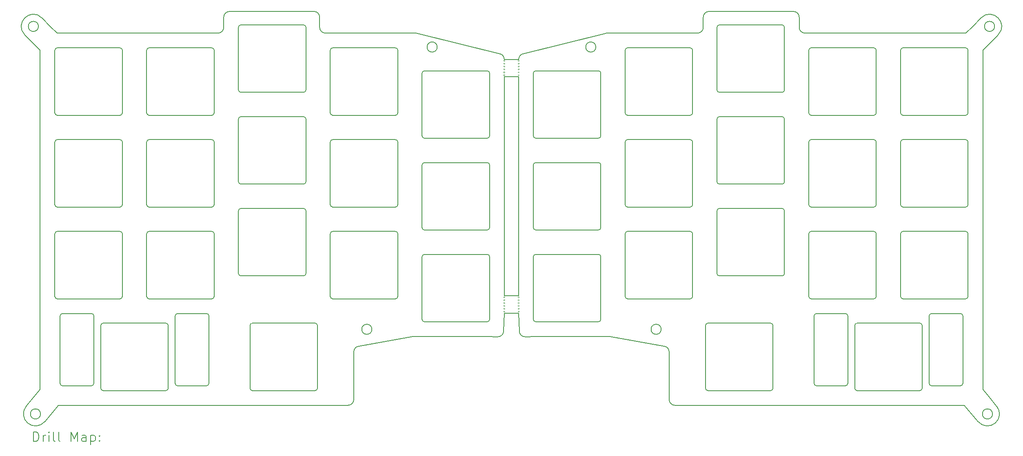
<source format=gbr>
%TF.GenerationSoftware,KiCad,Pcbnew,7.0.9-7.0.9~ubuntu23.04.1*%
%TF.CreationDate,Date%
%TF.ProjectId,LeChiffre_Plate,4c654368-6966-4667-9265-5f506c617465,rev?*%
%TF.SameCoordinates,Original*%
%TF.FileFunction,Drillmap*%
%TF.FilePolarity,Positive*%
%FSLAX45Y45*%
G04 Gerber Fmt 4.5, Leading zero omitted, Abs format (unit mm)*
G04 Created by KiCad*
%MOMM*%
%LPD*%
G01*
G04 APERTURE LIST*
%ADD10C,0.200000*%
%ADD11C,0.010000*%
G04 APERTURE END LIST*
D10*
X16431050Y-5871771D02*
X16431050Y-10420372D01*
X22195072Y-6195902D02*
G75*
G03*
X22245072Y-6145906I-2J50002D01*
G01*
X22750074Y-10432156D02*
G75*
G03*
X22800072Y-10482156I49996J-4D01*
G01*
X22195072Y-8100906D02*
X20895072Y-8100906D01*
X12721050Y-4967036D02*
X14599036Y-4967036D01*
D11*
X16746050Y-5661771D02*
G75*
G03*
X16746050Y-5661771I-15000J0D01*
G01*
D10*
X16077028Y-7148408D02*
G75*
G03*
X16127028Y-7098406I2J49998D01*
G01*
X21956947Y-12387156D02*
X20656947Y-12387156D01*
D11*
X16446050Y-5721771D02*
G75*
G03*
X16446050Y-5721771I-15000J0D01*
G01*
D10*
X22800072Y-5272156D02*
X24100072Y-5272156D01*
X24705072Y-5272152D02*
G75*
G03*
X24655072Y-5322156I-2J-49998D01*
G01*
X18385072Y-9053406D02*
X17085072Y-9053406D01*
X12317024Y-6750906D02*
G75*
G03*
X12267028Y-6700906I-49994J6D01*
G01*
X20290072Y-6672152D02*
G75*
G03*
X20340072Y-6622156I-2J50002D01*
G01*
X18332204Y-5255361D02*
G75*
G03*
X18332204Y-5255361I-105000J0D01*
G01*
X20441050Y-4967030D02*
G75*
G03*
X20561050Y-4847036I0J120000D01*
G01*
X16731050Y-10420372D02*
X16731050Y-5871771D01*
D11*
X16746050Y-10450372D02*
G75*
G03*
X16746050Y-10450372I-15000J0D01*
G01*
D10*
X10967028Y-8605908D02*
G75*
G03*
X10917028Y-8655906I2J-50002D01*
G01*
X9012024Y-6622156D02*
G75*
G03*
X9062028Y-6672156I50006J6D01*
G01*
X18940074Y-10432156D02*
G75*
G03*
X18990072Y-10482156I49996J-4D01*
G01*
X16731050Y-10420372D02*
X16431050Y-10420372D01*
X7265728Y-10787158D02*
G75*
G03*
X7215728Y-10837156I2J-50002D01*
G01*
X16294044Y-11270812D02*
G75*
G03*
X16418113Y-11155026I4156J119912D01*
G01*
X16822155Y-5395301D02*
X18534169Y-4970567D01*
X16127024Y-9608406D02*
G75*
G03*
X16077028Y-9558406I-49994J6D01*
G01*
X24150074Y-7227156D02*
G75*
G03*
X24100072Y-7177156I-50004J-4D01*
G01*
X14222028Y-8527156D02*
X14222028Y-7227156D01*
X12822028Y-10432156D02*
X12822028Y-9132156D01*
X20895072Y-4795902D02*
G75*
G03*
X20845072Y-4845906I-2J-49998D01*
G01*
X10967028Y-6700908D02*
G75*
G03*
X10917028Y-6750906I2J-50002D01*
G01*
X22750072Y-6622156D02*
X22750072Y-5322156D01*
X9653328Y-10787158D02*
G75*
G03*
X9603328Y-10837156I2J-50002D01*
G01*
X8109528Y-10987158D02*
G75*
G03*
X8059528Y-11037156I2J-50002D01*
G01*
X23752572Y-10987156D02*
X25052572Y-10987156D01*
X9062028Y-5272156D02*
X10362028Y-5272156D01*
X10412024Y-9132156D02*
G75*
G03*
X10362028Y-9082156I-49994J6D01*
G01*
X20340074Y-9132156D02*
G75*
G03*
X20290072Y-9082156I-50004J-4D01*
G01*
X6801050Y-5321284D02*
X6484231Y-5003412D01*
X12317028Y-6145906D02*
X12317028Y-4845906D01*
X10412024Y-7227156D02*
G75*
G03*
X10362028Y-7177156I-49994J6D01*
G01*
X10362028Y-8577156D02*
X9062028Y-8577156D01*
X6513625Y-12710433D02*
G75*
G03*
X6896117Y-13032465I191245J-161017D01*
G01*
X22800072Y-9082152D02*
G75*
G03*
X22750072Y-9132156I-2J-49998D01*
G01*
X26055072Y-7227156D02*
X26055072Y-8527156D01*
X20340072Y-9132156D02*
X20340072Y-10432156D01*
D11*
X16446050Y-5841771D02*
G75*
G03*
X16446050Y-5841771I-15000J0D01*
G01*
X16746050Y-10630372D02*
G75*
G03*
X16746050Y-10630372I-15000J0D01*
G01*
D10*
X22750074Y-8527156D02*
G75*
G03*
X22800072Y-8577156I49996J-4D01*
G01*
X23702572Y-12337156D02*
X23702572Y-11037156D01*
X21956947Y-12387157D02*
G75*
G03*
X22006947Y-12337156I3J49997D01*
G01*
X7265728Y-10787156D02*
X7865728Y-10787156D01*
X25246372Y-12237156D02*
X25246372Y-10837156D01*
X25896372Y-12287156D02*
X25296372Y-12287156D01*
X20340072Y-8527156D02*
X20340072Y-7227156D01*
X20561050Y-4847036D02*
X20561050Y-4635786D01*
X12267028Y-8605906D02*
X10967028Y-8605906D01*
X22671050Y-4967036D02*
X26007719Y-4967036D01*
X7865728Y-12287156D02*
X7265728Y-12287156D01*
X14777028Y-7653408D02*
G75*
G03*
X14727028Y-7703406I2J-50002D01*
G01*
X22800072Y-7177152D02*
G75*
G03*
X22750072Y-7227156I-2J-49998D01*
G01*
X18990072Y-9082152D02*
G75*
G03*
X18940072Y-9132156I-2J-49998D01*
G01*
X22006947Y-11037156D02*
X22006947Y-12337156D01*
X7915724Y-10837156D02*
G75*
G03*
X7865728Y-10787156I-49994J6D01*
G01*
X14222028Y-5322156D02*
X14222028Y-6622156D01*
X18990072Y-5272152D02*
G75*
G03*
X18940072Y-5322156I-2J-49998D01*
G01*
X11205153Y-10987156D02*
X12505153Y-10987156D01*
X19687194Y-11114659D02*
G75*
G03*
X19687194Y-11114659I-105000J0D01*
G01*
X20895072Y-6195906D02*
X22195072Y-6195906D01*
X20845072Y-4845906D02*
X20845072Y-6145906D01*
X12555153Y-11037156D02*
X12555153Y-12337156D01*
X20845074Y-9955906D02*
G75*
G03*
X20895072Y-10005906I49996J-4D01*
G01*
X14727024Y-7098406D02*
G75*
G03*
X14777028Y-7148406I50006J6D01*
G01*
X11155154Y-12337156D02*
G75*
G03*
X11205153Y-12387156I49996J-4D01*
G01*
X14777028Y-9558408D02*
G75*
G03*
X14727028Y-9608406I2J-50002D01*
G01*
X20845072Y-8655906D02*
X20845072Y-9955906D01*
X18990072Y-9082156D02*
X20290072Y-9082156D01*
X8059524Y-12337156D02*
G75*
G03*
X8109528Y-12387156I50006J6D01*
G01*
X17085072Y-9558402D02*
G75*
G03*
X17035072Y-9608406I-2J-49998D01*
G01*
D11*
X16446050Y-5661771D02*
G75*
G03*
X16446050Y-5661771I-15000J0D01*
G01*
D10*
X18563064Y-4967036D02*
G75*
G03*
X18534169Y-4970567I-4J-119944D01*
G01*
X8059528Y-12337156D02*
X8059528Y-11037156D01*
X26005072Y-10482152D02*
G75*
G03*
X26055072Y-10432156I-2J50002D01*
G01*
X13189175Y-12692045D02*
G75*
G03*
X13309175Y-12572036I5J119995D01*
G01*
X17035072Y-7098406D02*
X17035072Y-5798406D01*
X24705072Y-9082152D02*
G75*
G03*
X24655072Y-9132156I-2J-49998D01*
G01*
X10917028Y-4845906D02*
X10917028Y-6145906D01*
X12601044Y-4847036D02*
G75*
G03*
X12721050Y-4967036I120006J6D01*
G01*
D11*
X16746050Y-5541771D02*
G75*
G03*
X16746050Y-5541771I-15000J0D01*
G01*
D10*
X12505153Y-12387156D02*
X11205153Y-12387156D01*
X16127028Y-5798406D02*
X16127028Y-7098406D01*
X25296372Y-10787152D02*
G75*
G03*
X25246372Y-10837156I-2J-49998D01*
G01*
D11*
X16746050Y-10510372D02*
G75*
G03*
X16746050Y-10510372I-15000J0D01*
G01*
D10*
X10253328Y-12287158D02*
G75*
G03*
X10303328Y-12237156I2J49998D01*
G01*
X26005072Y-8577156D02*
X24705072Y-8577156D01*
X14777028Y-5748408D02*
G75*
G03*
X14727028Y-5798406I2J-50002D01*
G01*
X10731050Y-4515780D02*
G75*
G03*
X10611050Y-4635786I10J-120010D01*
G01*
X20606947Y-12337156D02*
X20606947Y-11037156D01*
X16076050Y-11263286D02*
X14541050Y-11263286D01*
X20290072Y-8577152D02*
G75*
G03*
X20340072Y-8527156I-2J50002D01*
G01*
X10491050Y-4967030D02*
G75*
G03*
X10611050Y-4847036I10J119990D01*
G01*
X12872028Y-5272156D02*
X14172028Y-5272156D01*
X10917028Y-8655906D02*
X10917028Y-9955906D01*
X10731050Y-4515786D02*
X12481050Y-4515786D01*
X19852934Y-12572036D02*
G75*
G03*
X19972925Y-12692036I119986J-14D01*
G01*
X10917024Y-8050906D02*
G75*
G03*
X10967028Y-8100906I50006J6D01*
G01*
X25946374Y-10837156D02*
G75*
G03*
X25896372Y-10787156I-50004J-4D01*
G01*
X26361050Y-5321284D02*
X26361050Y-12368538D01*
X16077028Y-10958408D02*
G75*
G03*
X16127028Y-10908406I2J49998D01*
G01*
X8457028Y-6672158D02*
G75*
G03*
X8507028Y-6622156I2J49998D01*
G01*
X7107024Y-6622156D02*
G75*
G03*
X7157028Y-6672156I50006J6D01*
G01*
X6838369Y-4650447D02*
G75*
G03*
X6484231Y-5003412I-177069J-176483D01*
G01*
X14727028Y-9003406D02*
X14727028Y-7703406D01*
X8457028Y-6672156D02*
X7157028Y-6672156D01*
X10362028Y-8577158D02*
G75*
G03*
X10412028Y-8527156I2J49998D01*
G01*
X12317024Y-4845906D02*
G75*
G03*
X12267028Y-4795906I-49994J6D01*
G01*
D11*
X16746050Y-5781771D02*
G75*
G03*
X16746050Y-5781771I-15000J0D01*
G01*
D10*
X7157028Y-9082156D02*
X8457028Y-9082156D01*
X20290072Y-6672156D02*
X18990072Y-6672156D01*
X22800072Y-5272152D02*
G75*
G03*
X22750072Y-5322156I-2J-49998D01*
G01*
X25896372Y-12287152D02*
G75*
G03*
X25946372Y-12237156I-2J50002D01*
G01*
X14172028Y-6672158D02*
G75*
G03*
X14222028Y-6622156I2J49998D01*
G01*
X16743985Y-11155026D02*
G75*
G03*
X16868057Y-11270814I119915J4126D01*
G01*
X10412024Y-5322156D02*
G75*
G03*
X10362028Y-5272156I-49994J6D01*
G01*
X22245072Y-6145906D02*
X22245072Y-4845906D01*
X10967028Y-6700906D02*
X12267028Y-6700906D01*
X22195072Y-10005902D02*
G75*
G03*
X22245072Y-9955906I-2J50002D01*
G01*
D11*
X16746050Y-5601771D02*
G75*
G03*
X16746050Y-5601771I-15000J0D01*
G01*
D10*
X26605799Y-4826929D02*
G75*
G03*
X26605799Y-4826929I-105000J0D01*
G01*
D11*
X16446050Y-10570372D02*
G75*
G03*
X16446050Y-10570372I-15000J0D01*
G01*
D10*
X12267028Y-6195908D02*
G75*
G03*
X12317028Y-6145906I2J49998D01*
G01*
X25052572Y-12387152D02*
G75*
G03*
X25102572Y-12337156I-2J50002D01*
G01*
X8109528Y-10987156D02*
X9409528Y-10987156D01*
X14627931Y-4970568D02*
G75*
G03*
X14599036Y-4967036I-28891J-116412D01*
G01*
X12872028Y-9082156D02*
X14172028Y-9082156D01*
X11155153Y-12337156D02*
X11155153Y-11037156D01*
X26005072Y-6672152D02*
G75*
G03*
X26055072Y-6622156I-2J50002D01*
G01*
X24150072Y-5322156D02*
X24150072Y-6622156D01*
X7157028Y-7177158D02*
G75*
G03*
X7107028Y-7227156I2J-50002D01*
G01*
X10362028Y-6672156D02*
X9062028Y-6672156D01*
X22006944Y-11037156D02*
G75*
G03*
X21956947Y-10987156I-50004J-4D01*
G01*
X24150074Y-5322156D02*
G75*
G03*
X24100072Y-5272156I-50004J-4D01*
G01*
X8507024Y-7227156D02*
G75*
G03*
X8457028Y-7177156I-49994J6D01*
G01*
X14727028Y-10908406D02*
X14727028Y-9608406D01*
X16431050Y-10780372D02*
X16418113Y-11155026D01*
X9603328Y-12237156D02*
X9603328Y-10837156D01*
X17085072Y-9558406D02*
X18385072Y-9558406D01*
X16743987Y-11155026D02*
X16731050Y-10780372D01*
X9653328Y-10787156D02*
X10253328Y-10787156D01*
X17085072Y-7653406D02*
X18385072Y-7653406D01*
D11*
X16446050Y-10750372D02*
G75*
G03*
X16446050Y-10750372I-15000J0D01*
G01*
D10*
X10917024Y-9955906D02*
G75*
G03*
X10967028Y-10005906I50006J6D01*
G01*
X20845072Y-8050906D02*
X20845072Y-6750906D01*
X20656947Y-10987156D02*
X21956947Y-10987156D01*
X16127028Y-9608406D02*
X16127028Y-10908406D01*
D11*
X16746050Y-5721771D02*
G75*
G03*
X16746050Y-5721771I-15000J0D01*
G01*
D10*
X24655072Y-8527156D02*
X24655072Y-7227156D01*
X17085072Y-7653402D02*
G75*
G03*
X17035072Y-7703406I-2J-49998D01*
G01*
X14541050Y-11263286D02*
X13408082Y-11465588D01*
X12872028Y-8577156D02*
X14172028Y-8577156D01*
X10611050Y-4847036D02*
X10611050Y-4635786D01*
X24705072Y-9082156D02*
X26005072Y-9082156D01*
X18435074Y-5798406D02*
G75*
G03*
X18385072Y-5748406I-50004J-4D01*
G01*
D11*
X16446050Y-10510372D02*
G75*
G03*
X16446050Y-10510372I-15000J0D01*
G01*
D10*
X12317028Y-9955906D02*
X12317028Y-8655906D01*
X24655074Y-10432156D02*
G75*
G03*
X24705072Y-10482156I49996J-4D01*
G01*
X18990072Y-7177152D02*
G75*
G03*
X18940072Y-7227156I-2J-49998D01*
G01*
X7157028Y-5272158D02*
G75*
G03*
X7107028Y-5322156I2J-50002D01*
G01*
X25102574Y-11037156D02*
G75*
G03*
X25052572Y-10987156I-50004J-4D01*
G01*
X18435074Y-7703406D02*
G75*
G03*
X18385072Y-7653406I-50004J-4D01*
G01*
X14172028Y-10482156D02*
X12872028Y-10482156D01*
X26361050Y-12368538D02*
X26489274Y-12521349D01*
X22245074Y-4845906D02*
G75*
G03*
X22195072Y-4795906I-50004J-4D01*
G01*
X24100072Y-8577156D02*
X22800072Y-8577156D01*
X24150072Y-10432156D02*
X24150072Y-9132156D01*
D11*
X16446050Y-5541771D02*
G75*
G03*
X16446050Y-5541771I-15000J0D01*
G01*
D10*
X14172028Y-10482158D02*
G75*
G03*
X14222028Y-10432156I2J49998D01*
G01*
D11*
X16746050Y-5841771D02*
G75*
G03*
X16746050Y-5841771I-15000J0D01*
G01*
X16446050Y-10630372D02*
G75*
G03*
X16446050Y-10630372I-15000J0D01*
G01*
D10*
X18990072Y-8577156D02*
X20290072Y-8577156D01*
X18563064Y-4967036D02*
X20441050Y-4967036D01*
X19852925Y-12572036D02*
X19852925Y-11583719D01*
X22858772Y-12237156D02*
X22858772Y-10837156D01*
X20895072Y-8605902D02*
G75*
G03*
X20845072Y-8655906I-2J-49998D01*
G01*
X17085072Y-5748406D02*
X18385072Y-5748406D01*
X7182734Y-12692036D02*
X6896117Y-13032465D01*
X9062028Y-10482156D02*
X10362028Y-10482156D01*
X22245074Y-8655906D02*
G75*
G03*
X22195072Y-8605906I-50004J-4D01*
G01*
X24705072Y-5272156D02*
X26005072Y-5272156D01*
X16431049Y-5511771D02*
G75*
G03*
X16339945Y-5395301I-119999J1D01*
G01*
X18435072Y-5798406D02*
X18435072Y-7098406D01*
X9459528Y-11037156D02*
X9459528Y-12337156D01*
X22245072Y-6750906D02*
X22245072Y-8050906D01*
X7157028Y-5272156D02*
X8457028Y-5272156D01*
X20290072Y-7177156D02*
X18990072Y-7177156D01*
X18385072Y-10958402D02*
G75*
G03*
X18435072Y-10908406I-2J50002D01*
G01*
X6838370Y-4650446D02*
X7012863Y-4825518D01*
X22908772Y-10787152D02*
G75*
G03*
X22858772Y-10837156I-2J-49998D01*
G01*
X23752572Y-10987152D02*
G75*
G03*
X23702572Y-11037156I-2J-49998D01*
G01*
X22800072Y-7177156D02*
X24100072Y-7177156D01*
X18940072Y-7227156D02*
X18940072Y-8527156D01*
X7865728Y-12287158D02*
G75*
G03*
X7915728Y-12237156I2J49998D01*
G01*
X12267028Y-8100908D02*
G75*
G03*
X12317028Y-8050906I2J49998D01*
G01*
X20681050Y-4515786D02*
X22431050Y-4515786D01*
X12267028Y-8100906D02*
X10967028Y-8100906D01*
X20895072Y-6700902D02*
G75*
G03*
X20845072Y-6750906I-2J-49998D01*
G01*
X12601050Y-4635786D02*
X12601050Y-4847036D01*
X14172028Y-8577158D02*
G75*
G03*
X14222028Y-8527156I2J49998D01*
G01*
X14222024Y-5322156D02*
G75*
G03*
X14172028Y-5272156I-49994J6D01*
G01*
X22551044Y-4847036D02*
G75*
G03*
X22671050Y-4967036I119996J-4D01*
G01*
X13309175Y-11583719D02*
X13309175Y-12572036D01*
X9409528Y-12387158D02*
G75*
G03*
X9459528Y-12337156I2J49998D01*
G01*
X22551050Y-4635786D02*
X22551050Y-4847036D01*
X10412028Y-10432156D02*
X10412028Y-9132156D01*
X7157028Y-7177156D02*
X8457028Y-7177156D01*
X17035074Y-9003406D02*
G75*
G03*
X17085072Y-9053406I49996J-4D01*
G01*
X22750074Y-6622156D02*
G75*
G03*
X22800072Y-6672156I49996J-4D01*
G01*
X14777028Y-5748406D02*
X16077028Y-5748406D01*
X20340072Y-5322156D02*
X20340072Y-6622156D01*
X22750072Y-8527156D02*
X22750072Y-7227156D01*
X10412028Y-7227156D02*
X10412028Y-8527156D01*
X12505153Y-12387153D02*
G75*
G03*
X12555153Y-12337156I7J49993D01*
G01*
X23558772Y-10837156D02*
X23558772Y-12237156D01*
X25102572Y-11037156D02*
X25102572Y-12337156D01*
X6513628Y-12710436D02*
X6672826Y-12521349D01*
X12822024Y-10432156D02*
G75*
G03*
X12872028Y-10482156I50006J6D01*
G01*
X12555154Y-11037156D02*
G75*
G03*
X12505153Y-10987156I-50004J-4D01*
G01*
X9012028Y-9132156D02*
X9012028Y-10432156D01*
X26007719Y-4967036D02*
X26149237Y-4825518D01*
X6672826Y-12521349D02*
X6801050Y-12368538D01*
X18940074Y-6622156D02*
G75*
G03*
X18990072Y-6672156I49996J-4D01*
G01*
X10362028Y-9082156D02*
X9062028Y-9082156D01*
X26677869Y-5003412D02*
X26361050Y-5321284D01*
X7215728Y-12237156D02*
X7215728Y-10837156D01*
X9012024Y-8527156D02*
G75*
G03*
X9062028Y-8577156I50006J6D01*
G01*
X18435074Y-9608406D02*
G75*
G03*
X18385072Y-9558406I-50004J-4D01*
G01*
X23702574Y-12337156D02*
G75*
G03*
X23752572Y-12387156I49996J-4D01*
G01*
X10253328Y-12287156D02*
X9653328Y-12287156D01*
X24705072Y-7177152D02*
G75*
G03*
X24655072Y-7227156I-2J-49998D01*
G01*
X24655074Y-8527156D02*
G75*
G03*
X24705072Y-8577156I49996J-4D01*
G01*
X7107028Y-6622156D02*
X7107028Y-5322156D01*
X8507028Y-9132156D02*
X8507028Y-10432156D01*
X17085072Y-5748402D02*
G75*
G03*
X17035072Y-5798406I-2J-49998D01*
G01*
X13408081Y-11465584D02*
G75*
G03*
X13309175Y-11583719I21099J-118136D01*
G01*
X10967028Y-4795908D02*
G75*
G03*
X10917028Y-4845906I2J-50002D01*
G01*
X14222028Y-9132156D02*
X14222028Y-10432156D01*
X20340074Y-5322156D02*
G75*
G03*
X20290072Y-5272156I-50004J-4D01*
G01*
D11*
X16446050Y-10450372D02*
G75*
G03*
X16446050Y-10450372I-15000J0D01*
G01*
D10*
X14172028Y-6672156D02*
X12872028Y-6672156D01*
X22195072Y-4795906D02*
X20895072Y-4795906D01*
X22195072Y-8605906D02*
X20895072Y-8605906D01*
X16077028Y-9053408D02*
G75*
G03*
X16127028Y-9003406I2J49998D01*
G01*
D11*
X16446050Y-5601771D02*
G75*
G03*
X16446050Y-5601771I-15000J0D01*
G01*
D10*
X26149237Y-4825518D02*
X26323730Y-4650446D01*
X26055072Y-5322156D02*
X26055072Y-6622156D01*
X17086050Y-11263286D02*
X16868057Y-11270814D01*
X10967028Y-10005906D02*
X12267028Y-10005906D01*
X24655072Y-10432156D02*
X24655072Y-9132156D01*
X12267028Y-4795906D02*
X10967028Y-4795906D01*
X18940072Y-10432156D02*
X18940072Y-9132156D01*
X24100072Y-9082156D02*
X22800072Y-9082156D01*
X17035072Y-10908406D02*
X17035072Y-9608406D01*
X18385072Y-10958406D02*
X17085072Y-10958406D01*
X16731050Y-5511771D02*
X16431050Y-5511771D01*
X12601044Y-4635786D02*
G75*
G03*
X12481050Y-4515786I-119994J6D01*
G01*
X26677871Y-5003414D02*
G75*
G03*
X26323730Y-4650446I-177071J176484D01*
G01*
X15039896Y-5255361D02*
G75*
G03*
X15039896Y-5255361I-105000J0D01*
G01*
X24655074Y-6622156D02*
G75*
G03*
X24705072Y-6672156I49996J-4D01*
G01*
X14222024Y-9132156D02*
G75*
G03*
X14172028Y-9082156I-49994J6D01*
G01*
X10412028Y-5322156D02*
X10412028Y-6622156D01*
X19852921Y-11583719D02*
G75*
G03*
X19754018Y-11465588I-120001J-1D01*
G01*
X9062028Y-7177158D02*
G75*
G03*
X9012028Y-7227156I2J-50002D01*
G01*
X10303324Y-10837156D02*
G75*
G03*
X10253328Y-10787156I-49994J6D01*
G01*
X8457028Y-8577158D02*
G75*
G03*
X8507028Y-8527156I2J49998D01*
G01*
X24150072Y-7227156D02*
X24150072Y-8527156D01*
X26055074Y-5322156D02*
G75*
G03*
X26005072Y-5272156I-50004J-4D01*
G01*
X7915728Y-10837156D02*
X7915728Y-12237156D01*
X14627931Y-4970567D02*
X16339945Y-5395301D01*
X9603324Y-12237156D02*
G75*
G03*
X9653328Y-12287156I50006J6D01*
G01*
X26005072Y-10482156D02*
X24705072Y-10482156D01*
X10917024Y-6145906D02*
G75*
G03*
X10967028Y-6195906I50006J6D01*
G01*
X14727024Y-10908406D02*
G75*
G03*
X14777028Y-10958406I50006J6D01*
G01*
X26265983Y-13032465D02*
X25979366Y-12692036D01*
X9012028Y-8527156D02*
X9012028Y-7227156D01*
X24705072Y-7177156D02*
X26005072Y-7177156D01*
X14727028Y-7098406D02*
X14727028Y-5798406D01*
X8507028Y-7227156D02*
X8507028Y-8527156D01*
X24100072Y-8577152D02*
G75*
G03*
X24150072Y-8527156I-2J50002D01*
G01*
X22245072Y-9955906D02*
X22245072Y-8655906D01*
X20290072Y-10482156D02*
X18990072Y-10482156D01*
X26055074Y-7227156D02*
G75*
G03*
X26005072Y-7177156I-50004J-4D01*
G01*
X20606944Y-12337156D02*
G75*
G03*
X20656947Y-12387156I49996J-4D01*
G01*
X18435072Y-7703406D02*
X18435072Y-9003406D01*
X20895072Y-10005906D02*
X22195072Y-10005906D01*
X13684907Y-11114659D02*
G75*
G03*
X13684907Y-11114659I-105000J0D01*
G01*
X7107024Y-10432156D02*
G75*
G03*
X7157028Y-10482156I50006J6D01*
G01*
X9012028Y-6622156D02*
X9012028Y-5322156D01*
X18990072Y-5272156D02*
X20290072Y-5272156D01*
X16077028Y-7148406D02*
X14777028Y-7148406D01*
X22551044Y-4635786D02*
G75*
G03*
X22431050Y-4515786I-120004J-4D01*
G01*
X16822155Y-5395301D02*
G75*
G03*
X16731050Y-5511771I28895J-116469D01*
G01*
X25979366Y-12692036D02*
X19972925Y-12692036D01*
X12822028Y-6622156D02*
X12822028Y-5322156D01*
X24655072Y-6622156D02*
X24655072Y-5322156D01*
X23558774Y-10837156D02*
G75*
G03*
X23508772Y-10787156I-50004J-4D01*
G01*
X24100072Y-10482152D02*
G75*
G03*
X24150072Y-10432156I-2J50002D01*
G01*
X26562228Y-12871450D02*
G75*
G03*
X26562228Y-12871450I-105000J0D01*
G01*
X8507028Y-5322156D02*
X8507028Y-6622156D01*
X9062028Y-9082158D02*
G75*
G03*
X9012028Y-9132156I2J-50002D01*
G01*
X6766301Y-4826929D02*
G75*
G03*
X6766301Y-4826929I-105000J0D01*
G01*
X23508772Y-12287152D02*
G75*
G03*
X23558772Y-12237156I-2J50002D01*
G01*
X14777028Y-9558406D02*
X16077028Y-9558406D01*
D11*
X16746050Y-10750372D02*
G75*
G03*
X16746050Y-10750372I-15000J0D01*
G01*
D10*
X17035072Y-9003406D02*
X17035072Y-7703406D01*
X23508772Y-12287156D02*
X22908772Y-12287156D01*
X12822028Y-7227156D02*
X12822028Y-8527156D01*
X26055074Y-9132156D02*
G75*
G03*
X26005072Y-9082156I-50004J-4D01*
G01*
X10303328Y-10837156D02*
X10303328Y-12237156D01*
X26005072Y-8577152D02*
G75*
G03*
X26055072Y-8527156I-2J50002D01*
G01*
D11*
X16446050Y-5781771D02*
G75*
G03*
X16446050Y-5781771I-15000J0D01*
G01*
D10*
X24100072Y-6672152D02*
G75*
G03*
X24150072Y-6622156I-2J50002D01*
G01*
X20656947Y-10987157D02*
G75*
G03*
X20606947Y-11037156I3J-50003D01*
G01*
X12267028Y-10005908D02*
G75*
G03*
X12317028Y-9955906I2J49998D01*
G01*
X16127024Y-5798406D02*
G75*
G03*
X16077028Y-5748406I-49994J6D01*
G01*
X18435072Y-9608406D02*
X18435072Y-10908406D01*
X26055072Y-9132156D02*
X26055072Y-10432156D01*
X22858774Y-12237156D02*
G75*
G03*
X22908772Y-12287156I49996J-4D01*
G01*
X20845074Y-8050906D02*
G75*
G03*
X20895072Y-8100906I49996J-4D01*
G01*
X26489274Y-12521349D02*
X26648472Y-12710436D01*
X17035074Y-7098406D02*
G75*
G03*
X17085072Y-7148406I49996J-4D01*
G01*
X25246374Y-12237156D02*
G75*
G03*
X25296372Y-12287156I49996J-4D01*
G01*
X11205153Y-10987153D02*
G75*
G03*
X11155153Y-11037156I7J-50007D01*
G01*
X8457028Y-8577156D02*
X7157028Y-8577156D01*
X22750072Y-9132156D02*
X22750072Y-10432156D01*
X18621050Y-11263286D02*
X17086050Y-11263286D01*
X22195072Y-8100902D02*
G75*
G03*
X22245072Y-8050906I-2J50002D01*
G01*
X22245074Y-6750906D02*
G75*
G03*
X22195072Y-6700906I-50004J-4D01*
G01*
X9459524Y-11037156D02*
G75*
G03*
X9409528Y-10987156I-49994J6D01*
G01*
X18385072Y-7148402D02*
G75*
G03*
X18435072Y-7098406I-2J50002D01*
G01*
X18940072Y-6622156D02*
X18940072Y-5322156D01*
X7012863Y-4825518D02*
X7154381Y-4967036D01*
X9012024Y-10432156D02*
G75*
G03*
X9062028Y-10482156I50006J6D01*
G01*
X12872028Y-7177158D02*
G75*
G03*
X12822028Y-7227156I2J-50002D01*
G01*
X10967028Y-6195906D02*
X12267028Y-6195906D01*
X16077028Y-9053406D02*
X14777028Y-9053406D01*
D11*
X16746050Y-10690372D02*
G75*
G03*
X16746050Y-10690372I-15000J0D01*
G01*
D10*
X24100072Y-6672156D02*
X22800072Y-6672156D01*
X17035074Y-10908406D02*
G75*
G03*
X17085072Y-10958406I49996J-4D01*
G01*
X8457028Y-10482156D02*
X7157028Y-10482156D01*
X18385072Y-7148406D02*
X17085072Y-7148406D01*
X9062028Y-7177156D02*
X10362028Y-7177156D01*
X20340074Y-7227156D02*
G75*
G03*
X20290072Y-7177156I-50004J-4D01*
G01*
X7107028Y-10432156D02*
X7107028Y-9132156D01*
X20845074Y-6145906D02*
G75*
G03*
X20895072Y-6195906I49996J-4D01*
G01*
X25946372Y-10837156D02*
X25946372Y-12237156D01*
X12822024Y-8527156D02*
G75*
G03*
X12872028Y-8577156I50006J6D01*
G01*
X6809872Y-12871450D02*
G75*
G03*
X6809872Y-12871450I-105000J0D01*
G01*
X16294043Y-11270814D02*
X16076050Y-11263286D01*
X22908772Y-10787156D02*
X23508772Y-10787156D01*
X26005072Y-6672156D02*
X24705072Y-6672156D01*
X25296372Y-10787156D02*
X25896372Y-10787156D01*
X16127024Y-7703406D02*
G75*
G03*
X16077028Y-7653406I-49994J6D01*
G01*
D11*
X16746050Y-10570372D02*
G75*
G03*
X16746050Y-10570372I-15000J0D01*
G01*
D10*
X14727024Y-9003406D02*
G75*
G03*
X14777028Y-9053406I50006J6D01*
G01*
X9062028Y-5272158D02*
G75*
G03*
X9012028Y-5322156I2J-50002D01*
G01*
X8507024Y-9132156D02*
G75*
G03*
X8457028Y-9082156I-49994J6D01*
G01*
X22800072Y-10482156D02*
X24100072Y-10482156D01*
X16731050Y-10780372D02*
X16431050Y-10780372D01*
X19754018Y-11465588D02*
X18621050Y-11263286D01*
X14777028Y-7653406D02*
X16077028Y-7653406D01*
X12317028Y-6750906D02*
X12317028Y-8050906D01*
X10917028Y-8050906D02*
X10917028Y-6750906D01*
X8457028Y-10482158D02*
G75*
G03*
X8507028Y-10432156I2J49998D01*
G01*
X7157028Y-9082158D02*
G75*
G03*
X7107028Y-9132156I2J-50002D01*
G01*
X24150074Y-9132156D02*
G75*
G03*
X24100072Y-9082156I-50004J-4D01*
G01*
X8507024Y-5322156D02*
G75*
G03*
X8457028Y-5272156I-49994J6D01*
G01*
X12822024Y-6622156D02*
G75*
G03*
X12872028Y-6672156I50006J6D01*
G01*
X14172028Y-7177156D02*
X12872028Y-7177156D01*
X18940074Y-8527156D02*
G75*
G03*
X18990072Y-8577156I49996J-4D01*
G01*
X26265987Y-13032462D02*
G75*
G03*
X26648472Y-12710436I191243J161012D01*
G01*
X13189175Y-12692036D02*
X7182734Y-12692036D01*
X9409528Y-12387156D02*
X8109528Y-12387156D01*
X16127028Y-7703406D02*
X16127028Y-9003406D01*
X6801050Y-12368538D02*
X6801050Y-5321284D01*
X16077028Y-10958406D02*
X14777028Y-10958406D01*
D11*
X16446050Y-10690372D02*
G75*
G03*
X16446050Y-10690372I-15000J0D01*
G01*
D10*
X18385072Y-9053402D02*
G75*
G03*
X18435072Y-9003406I-2J50002D01*
G01*
X16731050Y-5871771D02*
X16431050Y-5871771D01*
X7215724Y-12237156D02*
G75*
G03*
X7265728Y-12287156I50006J6D01*
G01*
X12872028Y-5272158D02*
G75*
G03*
X12822028Y-5322156I2J-50002D01*
G01*
X20895072Y-6700906D02*
X22195072Y-6700906D01*
X12317024Y-8655906D02*
G75*
G03*
X12267028Y-8605906I-49994J6D01*
G01*
X10362028Y-6672158D02*
G75*
G03*
X10412028Y-6622156I2J49998D01*
G01*
X10362028Y-10482158D02*
G75*
G03*
X10412028Y-10432156I2J49998D01*
G01*
X7154381Y-4967036D02*
X10491050Y-4967036D01*
X14222024Y-7227156D02*
G75*
G03*
X14172028Y-7177156I-49994J6D01*
G01*
X7107028Y-8527156D02*
X7107028Y-7227156D01*
X12872028Y-9082158D02*
G75*
G03*
X12822028Y-9132156I2J-50002D01*
G01*
X7107024Y-8527156D02*
G75*
G03*
X7157028Y-8577156I50006J6D01*
G01*
X20681050Y-4515780D02*
G75*
G03*
X20561050Y-4635786I0J-120000D01*
G01*
X25052572Y-12387156D02*
X23752572Y-12387156D01*
X20290072Y-10482152D02*
G75*
G03*
X20340072Y-10432156I-2J50002D01*
G01*
X6662078Y-13442936D02*
X6662078Y-13242936D01*
X6662078Y-13242936D02*
X6709697Y-13242936D01*
X6709697Y-13242936D02*
X6738268Y-13252460D01*
X6738268Y-13252460D02*
X6757316Y-13271507D01*
X6757316Y-13271507D02*
X6766840Y-13290555D01*
X6766840Y-13290555D02*
X6776364Y-13328650D01*
X6776364Y-13328650D02*
X6776364Y-13357222D01*
X6776364Y-13357222D02*
X6766840Y-13395317D01*
X6766840Y-13395317D02*
X6757316Y-13414364D01*
X6757316Y-13414364D02*
X6738268Y-13433412D01*
X6738268Y-13433412D02*
X6709697Y-13442936D01*
X6709697Y-13442936D02*
X6662078Y-13442936D01*
X6862078Y-13442936D02*
X6862078Y-13309602D01*
X6862078Y-13347698D02*
X6871602Y-13328650D01*
X6871602Y-13328650D02*
X6881125Y-13319126D01*
X6881125Y-13319126D02*
X6900173Y-13309602D01*
X6900173Y-13309602D02*
X6919221Y-13309602D01*
X6985887Y-13442936D02*
X6985887Y-13309602D01*
X6985887Y-13242936D02*
X6976364Y-13252460D01*
X6976364Y-13252460D02*
X6985887Y-13261983D01*
X6985887Y-13261983D02*
X6995411Y-13252460D01*
X6995411Y-13252460D02*
X6985887Y-13242936D01*
X6985887Y-13242936D02*
X6985887Y-13261983D01*
X7109697Y-13442936D02*
X7090649Y-13433412D01*
X7090649Y-13433412D02*
X7081125Y-13414364D01*
X7081125Y-13414364D02*
X7081125Y-13242936D01*
X7214459Y-13442936D02*
X7195411Y-13433412D01*
X7195411Y-13433412D02*
X7185887Y-13414364D01*
X7185887Y-13414364D02*
X7185887Y-13242936D01*
X7443030Y-13442936D02*
X7443030Y-13242936D01*
X7443030Y-13242936D02*
X7509697Y-13385793D01*
X7509697Y-13385793D02*
X7576364Y-13242936D01*
X7576364Y-13242936D02*
X7576364Y-13442936D01*
X7757316Y-13442936D02*
X7757316Y-13338174D01*
X7757316Y-13338174D02*
X7747792Y-13319126D01*
X7747792Y-13319126D02*
X7728745Y-13309602D01*
X7728745Y-13309602D02*
X7690649Y-13309602D01*
X7690649Y-13309602D02*
X7671602Y-13319126D01*
X7757316Y-13433412D02*
X7738268Y-13442936D01*
X7738268Y-13442936D02*
X7690649Y-13442936D01*
X7690649Y-13442936D02*
X7671602Y-13433412D01*
X7671602Y-13433412D02*
X7662078Y-13414364D01*
X7662078Y-13414364D02*
X7662078Y-13395317D01*
X7662078Y-13395317D02*
X7671602Y-13376269D01*
X7671602Y-13376269D02*
X7690649Y-13366745D01*
X7690649Y-13366745D02*
X7738268Y-13366745D01*
X7738268Y-13366745D02*
X7757316Y-13357222D01*
X7852554Y-13309602D02*
X7852554Y-13509602D01*
X7852554Y-13319126D02*
X7871602Y-13309602D01*
X7871602Y-13309602D02*
X7909697Y-13309602D01*
X7909697Y-13309602D02*
X7928745Y-13319126D01*
X7928745Y-13319126D02*
X7938268Y-13328650D01*
X7938268Y-13328650D02*
X7947792Y-13347698D01*
X7947792Y-13347698D02*
X7947792Y-13404841D01*
X7947792Y-13404841D02*
X7938268Y-13423888D01*
X7938268Y-13423888D02*
X7928745Y-13433412D01*
X7928745Y-13433412D02*
X7909697Y-13442936D01*
X7909697Y-13442936D02*
X7871602Y-13442936D01*
X7871602Y-13442936D02*
X7852554Y-13433412D01*
X8033506Y-13423888D02*
X8043030Y-13433412D01*
X8043030Y-13433412D02*
X8033506Y-13442936D01*
X8033506Y-13442936D02*
X8023983Y-13433412D01*
X8023983Y-13433412D02*
X8033506Y-13423888D01*
X8033506Y-13423888D02*
X8033506Y-13442936D01*
X8033506Y-13319126D02*
X8043030Y-13328650D01*
X8043030Y-13328650D02*
X8033506Y-13338174D01*
X8033506Y-13338174D02*
X8023983Y-13328650D01*
X8023983Y-13328650D02*
X8033506Y-13319126D01*
X8033506Y-13319126D02*
X8033506Y-13338174D01*
M02*

</source>
